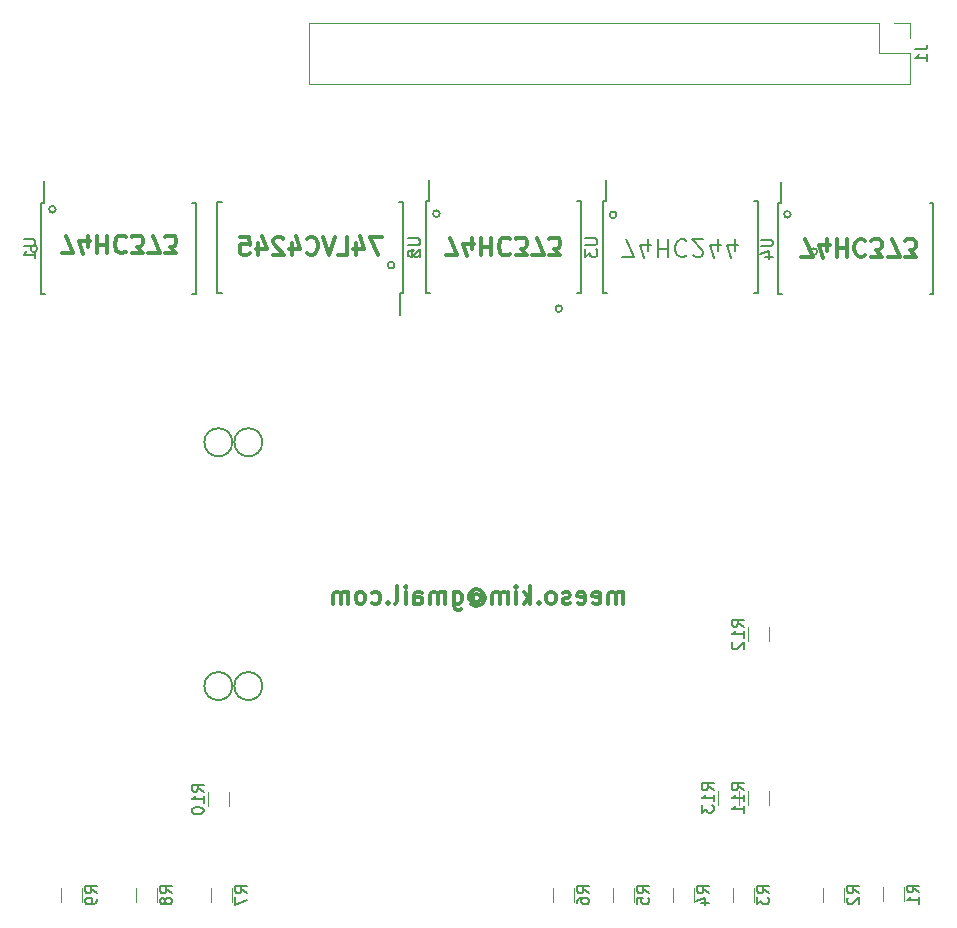
<source format=gbr>
G04 #@! TF.FileFunction,Legend,Bot*
%FSLAX46Y46*%
G04 Gerber Fmt 4.6, Leading zero omitted, Abs format (unit mm)*
G04 Created by KiCad (PCBNEW 4.0.7) date 06/27/18 09:39:12*
%MOMM*%
%LPD*%
G01*
G04 APERTURE LIST*
%ADD10C,0.100000*%
%ADD11C,0.200000*%
%ADD12C,0.300000*%
%ADD13C,0.370000*%
%ADD14C,0.120000*%
%ADD15C,0.150000*%
G04 APERTURE END LIST*
D10*
D11*
X152060849Y-110566200D02*
G75*
G03X152060849Y-110566200I-1184849J0D01*
G01*
X149520849Y-110566200D02*
G75*
G03X149520849Y-110566200I-1184849J0D01*
G01*
X152060849Y-89924951D02*
G75*
G03X152060849Y-89924951I-1184849J0D01*
G01*
X149520849Y-89924951D02*
G75*
G03X149520849Y-89924951I-1184849J0D01*
G01*
X134573781Y-70205600D02*
G75*
G03X134573781Y-70205600I-283981J0D01*
G01*
X163250381Y-74930000D02*
G75*
G03X163250381Y-74930000I-283981J0D01*
G01*
X167085781Y-70561200D02*
G75*
G03X167085781Y-70561200I-283981J0D01*
G01*
X196803781Y-70637400D02*
G75*
G03X196803781Y-70637400I-283981J0D01*
G01*
D12*
X182618114Y-103599371D02*
X182618114Y-102599371D01*
X182618114Y-102742229D02*
X182546686Y-102670800D01*
X182403828Y-102599371D01*
X182189543Y-102599371D01*
X182046686Y-102670800D01*
X181975257Y-102813657D01*
X181975257Y-103599371D01*
X181975257Y-102813657D02*
X181903828Y-102670800D01*
X181760971Y-102599371D01*
X181546686Y-102599371D01*
X181403828Y-102670800D01*
X181332400Y-102813657D01*
X181332400Y-103599371D01*
X180046686Y-103527943D02*
X180189543Y-103599371D01*
X180475257Y-103599371D01*
X180618114Y-103527943D01*
X180689543Y-103385086D01*
X180689543Y-102813657D01*
X180618114Y-102670800D01*
X180475257Y-102599371D01*
X180189543Y-102599371D01*
X180046686Y-102670800D01*
X179975257Y-102813657D01*
X179975257Y-102956514D01*
X180689543Y-103099371D01*
X178760972Y-103527943D02*
X178903829Y-103599371D01*
X179189543Y-103599371D01*
X179332400Y-103527943D01*
X179403829Y-103385086D01*
X179403829Y-102813657D01*
X179332400Y-102670800D01*
X179189543Y-102599371D01*
X178903829Y-102599371D01*
X178760972Y-102670800D01*
X178689543Y-102813657D01*
X178689543Y-102956514D01*
X179403829Y-103099371D01*
X178118115Y-103527943D02*
X177975258Y-103599371D01*
X177689543Y-103599371D01*
X177546686Y-103527943D01*
X177475258Y-103385086D01*
X177475258Y-103313657D01*
X177546686Y-103170800D01*
X177689543Y-103099371D01*
X177903829Y-103099371D01*
X178046686Y-103027943D01*
X178118115Y-102885086D01*
X178118115Y-102813657D01*
X178046686Y-102670800D01*
X177903829Y-102599371D01*
X177689543Y-102599371D01*
X177546686Y-102670800D01*
X176618114Y-103599371D02*
X176760972Y-103527943D01*
X176832400Y-103456514D01*
X176903829Y-103313657D01*
X176903829Y-102885086D01*
X176832400Y-102742229D01*
X176760972Y-102670800D01*
X176618114Y-102599371D01*
X176403829Y-102599371D01*
X176260972Y-102670800D01*
X176189543Y-102742229D01*
X176118114Y-102885086D01*
X176118114Y-103313657D01*
X176189543Y-103456514D01*
X176260972Y-103527943D01*
X176403829Y-103599371D01*
X176618114Y-103599371D01*
X175475257Y-103456514D02*
X175403829Y-103527943D01*
X175475257Y-103599371D01*
X175546686Y-103527943D01*
X175475257Y-103456514D01*
X175475257Y-103599371D01*
X174760971Y-103599371D02*
X174760971Y-102099371D01*
X174618114Y-103027943D02*
X174189543Y-103599371D01*
X174189543Y-102599371D02*
X174760971Y-103170800D01*
X173546685Y-103599371D02*
X173546685Y-102599371D01*
X173546685Y-102099371D02*
X173618114Y-102170800D01*
X173546685Y-102242229D01*
X173475257Y-102170800D01*
X173546685Y-102099371D01*
X173546685Y-102242229D01*
X172832399Y-103599371D02*
X172832399Y-102599371D01*
X172832399Y-102742229D02*
X172760971Y-102670800D01*
X172618113Y-102599371D01*
X172403828Y-102599371D01*
X172260971Y-102670800D01*
X172189542Y-102813657D01*
X172189542Y-103599371D01*
X172189542Y-102813657D02*
X172118113Y-102670800D01*
X171975256Y-102599371D01*
X171760971Y-102599371D01*
X171618113Y-102670800D01*
X171546685Y-102813657D01*
X171546685Y-103599371D01*
X169903828Y-102885086D02*
X169975256Y-102813657D01*
X170118113Y-102742229D01*
X170260971Y-102742229D01*
X170403828Y-102813657D01*
X170475256Y-102885086D01*
X170546685Y-103027943D01*
X170546685Y-103170800D01*
X170475256Y-103313657D01*
X170403828Y-103385086D01*
X170260971Y-103456514D01*
X170118113Y-103456514D01*
X169975256Y-103385086D01*
X169903828Y-103313657D01*
X169903828Y-102742229D02*
X169903828Y-103313657D01*
X169832399Y-103385086D01*
X169760971Y-103385086D01*
X169618113Y-103313657D01*
X169546685Y-103170800D01*
X169546685Y-102813657D01*
X169689542Y-102599371D01*
X169903828Y-102456514D01*
X170189542Y-102385086D01*
X170475256Y-102456514D01*
X170689542Y-102599371D01*
X170832399Y-102813657D01*
X170903828Y-103099371D01*
X170832399Y-103385086D01*
X170689542Y-103599371D01*
X170475256Y-103742229D01*
X170189542Y-103813657D01*
X169903828Y-103742229D01*
X169689542Y-103599371D01*
X168260971Y-102599371D02*
X168260971Y-103813657D01*
X168332400Y-103956514D01*
X168403828Y-104027943D01*
X168546685Y-104099371D01*
X168760971Y-104099371D01*
X168903828Y-104027943D01*
X168260971Y-103527943D02*
X168403828Y-103599371D01*
X168689542Y-103599371D01*
X168832400Y-103527943D01*
X168903828Y-103456514D01*
X168975257Y-103313657D01*
X168975257Y-102885086D01*
X168903828Y-102742229D01*
X168832400Y-102670800D01*
X168689542Y-102599371D01*
X168403828Y-102599371D01*
X168260971Y-102670800D01*
X167546685Y-103599371D02*
X167546685Y-102599371D01*
X167546685Y-102742229D02*
X167475257Y-102670800D01*
X167332399Y-102599371D01*
X167118114Y-102599371D01*
X166975257Y-102670800D01*
X166903828Y-102813657D01*
X166903828Y-103599371D01*
X166903828Y-102813657D02*
X166832399Y-102670800D01*
X166689542Y-102599371D01*
X166475257Y-102599371D01*
X166332399Y-102670800D01*
X166260971Y-102813657D01*
X166260971Y-103599371D01*
X164903828Y-103599371D02*
X164903828Y-102813657D01*
X164975257Y-102670800D01*
X165118114Y-102599371D01*
X165403828Y-102599371D01*
X165546685Y-102670800D01*
X164903828Y-103527943D02*
X165046685Y-103599371D01*
X165403828Y-103599371D01*
X165546685Y-103527943D01*
X165618114Y-103385086D01*
X165618114Y-103242229D01*
X165546685Y-103099371D01*
X165403828Y-103027943D01*
X165046685Y-103027943D01*
X164903828Y-102956514D01*
X164189542Y-103599371D02*
X164189542Y-102599371D01*
X164189542Y-102099371D02*
X164260971Y-102170800D01*
X164189542Y-102242229D01*
X164118114Y-102170800D01*
X164189542Y-102099371D01*
X164189542Y-102242229D01*
X163260970Y-103599371D02*
X163403828Y-103527943D01*
X163475256Y-103385086D01*
X163475256Y-102099371D01*
X162689542Y-103456514D02*
X162618114Y-103527943D01*
X162689542Y-103599371D01*
X162760971Y-103527943D01*
X162689542Y-103456514D01*
X162689542Y-103599371D01*
X161332399Y-103527943D02*
X161475256Y-103599371D01*
X161760970Y-103599371D01*
X161903828Y-103527943D01*
X161975256Y-103456514D01*
X162046685Y-103313657D01*
X162046685Y-102885086D01*
X161975256Y-102742229D01*
X161903828Y-102670800D01*
X161760970Y-102599371D01*
X161475256Y-102599371D01*
X161332399Y-102670800D01*
X160475256Y-103599371D02*
X160618114Y-103527943D01*
X160689542Y-103456514D01*
X160760971Y-103313657D01*
X160760971Y-102885086D01*
X160689542Y-102742229D01*
X160618114Y-102670800D01*
X160475256Y-102599371D01*
X160260971Y-102599371D01*
X160118114Y-102670800D01*
X160046685Y-102742229D01*
X159975256Y-102885086D01*
X159975256Y-103313657D01*
X160046685Y-103456514D01*
X160118114Y-103527943D01*
X160260971Y-103599371D01*
X160475256Y-103599371D01*
X159332399Y-103599371D02*
X159332399Y-102599371D01*
X159332399Y-102742229D02*
X159260971Y-102670800D01*
X159118113Y-102599371D01*
X158903828Y-102599371D01*
X158760971Y-102670800D01*
X158689542Y-102813657D01*
X158689542Y-103599371D01*
X158689542Y-102813657D02*
X158618113Y-102670800D01*
X158475256Y-102599371D01*
X158260971Y-102599371D01*
X158118113Y-102670800D01*
X158046685Y-102813657D01*
X158046685Y-103599371D01*
D11*
X199038981Y-73787000D02*
G75*
G03X199038981Y-73787000I-283981J0D01*
G01*
X182046381Y-70662800D02*
G75*
G03X182046381Y-70662800I-283981J0D01*
G01*
X177448981Y-78613000D02*
G75*
G03X177448981Y-78613000I-283981J0D01*
G01*
D12*
X167573144Y-74100429D02*
X168573144Y-74100429D01*
X167930287Y-72600429D01*
X169787429Y-73600429D02*
X169787429Y-72600429D01*
X169430286Y-74171857D02*
X169073143Y-73100429D01*
X170001715Y-73100429D01*
X170573143Y-72600429D02*
X170573143Y-74100429D01*
X170573143Y-73386143D02*
X171430286Y-73386143D01*
X171430286Y-72600429D02*
X171430286Y-74100429D01*
X173001715Y-72743286D02*
X172930286Y-72671857D01*
X172716000Y-72600429D01*
X172573143Y-72600429D01*
X172358858Y-72671857D01*
X172216000Y-72814714D01*
X172144572Y-72957571D01*
X172073143Y-73243286D01*
X172073143Y-73457571D01*
X172144572Y-73743286D01*
X172216000Y-73886143D01*
X172358858Y-74029000D01*
X172573143Y-74100429D01*
X172716000Y-74100429D01*
X172930286Y-74029000D01*
X173001715Y-73957571D01*
X173501715Y-74100429D02*
X174430286Y-74100429D01*
X173930286Y-73529000D01*
X174144572Y-73529000D01*
X174287429Y-73457571D01*
X174358858Y-73386143D01*
X174430286Y-73243286D01*
X174430286Y-72886143D01*
X174358858Y-72743286D01*
X174287429Y-72671857D01*
X174144572Y-72600429D01*
X173716000Y-72600429D01*
X173573143Y-72671857D01*
X173501715Y-72743286D01*
X174930286Y-74100429D02*
X175930286Y-74100429D01*
X175287429Y-72600429D01*
X176358857Y-74100429D02*
X177287428Y-74100429D01*
X176787428Y-73529000D01*
X177001714Y-73529000D01*
X177144571Y-73457571D01*
X177216000Y-73386143D01*
X177287428Y-73243286D01*
X177287428Y-72886143D01*
X177216000Y-72743286D01*
X177144571Y-72671857D01*
X177001714Y-72600429D01*
X176573142Y-72600429D01*
X176430285Y-72671857D01*
X176358857Y-72743286D01*
D13*
X162205227Y-72533771D02*
X161205227Y-72533771D01*
X161848084Y-74033771D01*
X159990942Y-73033771D02*
X159990942Y-74033771D01*
X160348085Y-72462343D02*
X160705228Y-73533771D01*
X159776656Y-73533771D01*
X158490942Y-74033771D02*
X159205228Y-74033771D01*
X159205228Y-72533771D01*
X158205228Y-72533771D02*
X157705228Y-74033771D01*
X157205228Y-72533771D01*
X155848085Y-73890914D02*
X155919514Y-73962343D01*
X156133800Y-74033771D01*
X156276657Y-74033771D01*
X156490942Y-73962343D01*
X156633800Y-73819486D01*
X156705228Y-73676629D01*
X156776657Y-73390914D01*
X156776657Y-73176629D01*
X156705228Y-72890914D01*
X156633800Y-72748057D01*
X156490942Y-72605200D01*
X156276657Y-72533771D01*
X156133800Y-72533771D01*
X155919514Y-72605200D01*
X155848085Y-72676629D01*
X154562371Y-73033771D02*
X154562371Y-74033771D01*
X154919514Y-72462343D02*
X155276657Y-73533771D01*
X154348085Y-73533771D01*
X153848086Y-72676629D02*
X153776657Y-72605200D01*
X153633800Y-72533771D01*
X153276657Y-72533771D01*
X153133800Y-72605200D01*
X153062371Y-72676629D01*
X152990943Y-72819486D01*
X152990943Y-72962343D01*
X153062371Y-73176629D01*
X153919514Y-74033771D01*
X152990943Y-74033771D01*
X151705229Y-73033771D02*
X151705229Y-74033771D01*
X152062372Y-72462343D02*
X152419515Y-73533771D01*
X151490943Y-73533771D01*
X150205229Y-72533771D02*
X150919515Y-72533771D01*
X150990944Y-73248057D01*
X150919515Y-73176629D01*
X150776658Y-73105200D01*
X150419515Y-73105200D01*
X150276658Y-73176629D01*
X150205229Y-73248057D01*
X150133801Y-73390914D01*
X150133801Y-73748057D01*
X150205229Y-73890914D01*
X150276658Y-73962343D01*
X150419515Y-74033771D01*
X150776658Y-74033771D01*
X150919515Y-73962343D01*
X150990944Y-73890914D01*
D12*
X135061144Y-73922629D02*
X136061144Y-73922629D01*
X135418287Y-72422629D01*
X137275429Y-73422629D02*
X137275429Y-72422629D01*
X136918286Y-73994057D02*
X136561143Y-72922629D01*
X137489715Y-72922629D01*
X138061143Y-72422629D02*
X138061143Y-73922629D01*
X138061143Y-73208343D02*
X138918286Y-73208343D01*
X138918286Y-72422629D02*
X138918286Y-73922629D01*
X140489715Y-72565486D02*
X140418286Y-72494057D01*
X140204000Y-72422629D01*
X140061143Y-72422629D01*
X139846858Y-72494057D01*
X139704000Y-72636914D01*
X139632572Y-72779771D01*
X139561143Y-73065486D01*
X139561143Y-73279771D01*
X139632572Y-73565486D01*
X139704000Y-73708343D01*
X139846858Y-73851200D01*
X140061143Y-73922629D01*
X140204000Y-73922629D01*
X140418286Y-73851200D01*
X140489715Y-73779771D01*
X140989715Y-73922629D02*
X141918286Y-73922629D01*
X141418286Y-73351200D01*
X141632572Y-73351200D01*
X141775429Y-73279771D01*
X141846858Y-73208343D01*
X141918286Y-73065486D01*
X141918286Y-72708343D01*
X141846858Y-72565486D01*
X141775429Y-72494057D01*
X141632572Y-72422629D01*
X141204000Y-72422629D01*
X141061143Y-72494057D01*
X140989715Y-72565486D01*
X142418286Y-73922629D02*
X143418286Y-73922629D01*
X142775429Y-72422629D01*
X143846857Y-73922629D02*
X144775428Y-73922629D01*
X144275428Y-73351200D01*
X144489714Y-73351200D01*
X144632571Y-73279771D01*
X144704000Y-73208343D01*
X144775428Y-73065486D01*
X144775428Y-72708343D01*
X144704000Y-72565486D01*
X144632571Y-72494057D01*
X144489714Y-72422629D01*
X144061142Y-72422629D01*
X143918285Y-72494057D01*
X143846857Y-72565486D01*
D11*
X182533744Y-74252829D02*
X183533744Y-74252829D01*
X182890887Y-72752829D01*
X184748029Y-73752829D02*
X184748029Y-72752829D01*
X184390886Y-74324257D02*
X184033743Y-73252829D01*
X184962315Y-73252829D01*
X185533743Y-72752829D02*
X185533743Y-74252829D01*
X185533743Y-73538543D02*
X186390886Y-73538543D01*
X186390886Y-72752829D02*
X186390886Y-74252829D01*
X187962315Y-72895686D02*
X187890886Y-72824257D01*
X187676600Y-72752829D01*
X187533743Y-72752829D01*
X187319458Y-72824257D01*
X187176600Y-72967114D01*
X187105172Y-73109971D01*
X187033743Y-73395686D01*
X187033743Y-73609971D01*
X187105172Y-73895686D01*
X187176600Y-74038543D01*
X187319458Y-74181400D01*
X187533743Y-74252829D01*
X187676600Y-74252829D01*
X187890886Y-74181400D01*
X187962315Y-74109971D01*
X188533743Y-74109971D02*
X188605172Y-74181400D01*
X188748029Y-74252829D01*
X189105172Y-74252829D01*
X189248029Y-74181400D01*
X189319458Y-74109971D01*
X189390886Y-73967114D01*
X189390886Y-73824257D01*
X189319458Y-73609971D01*
X188462315Y-72752829D01*
X189390886Y-72752829D01*
X190676600Y-73752829D02*
X190676600Y-72752829D01*
X190319457Y-74324257D02*
X189962314Y-73252829D01*
X190890886Y-73252829D01*
X192105171Y-73752829D02*
X192105171Y-72752829D01*
X191748028Y-74324257D02*
X191390885Y-73252829D01*
X192319457Y-73252829D01*
D12*
X197684844Y-74214729D02*
X198684844Y-74214729D01*
X198041987Y-72714729D01*
X199899129Y-73714729D02*
X199899129Y-72714729D01*
X199541986Y-74286157D02*
X199184843Y-73214729D01*
X200113415Y-73214729D01*
X200684843Y-72714729D02*
X200684843Y-74214729D01*
X200684843Y-73500443D02*
X201541986Y-73500443D01*
X201541986Y-72714729D02*
X201541986Y-74214729D01*
X203113415Y-72857586D02*
X203041986Y-72786157D01*
X202827700Y-72714729D01*
X202684843Y-72714729D01*
X202470558Y-72786157D01*
X202327700Y-72929014D01*
X202256272Y-73071871D01*
X202184843Y-73357586D01*
X202184843Y-73571871D01*
X202256272Y-73857586D01*
X202327700Y-74000443D01*
X202470558Y-74143300D01*
X202684843Y-74214729D01*
X202827700Y-74214729D01*
X203041986Y-74143300D01*
X203113415Y-74071871D01*
X203613415Y-74214729D02*
X204541986Y-74214729D01*
X204041986Y-73643300D01*
X204256272Y-73643300D01*
X204399129Y-73571871D01*
X204470558Y-73500443D01*
X204541986Y-73357586D01*
X204541986Y-73000443D01*
X204470558Y-72857586D01*
X204399129Y-72786157D01*
X204256272Y-72714729D01*
X203827700Y-72714729D01*
X203684843Y-72786157D01*
X203613415Y-72857586D01*
X205041986Y-74214729D02*
X206041986Y-74214729D01*
X205399129Y-72714729D01*
X206470557Y-74214729D02*
X207399128Y-74214729D01*
X206899128Y-73643300D01*
X207113414Y-73643300D01*
X207256271Y-73571871D01*
X207327700Y-73500443D01*
X207399128Y-73357586D01*
X207399128Y-73000443D01*
X207327700Y-72857586D01*
X207256271Y-72786157D01*
X207113414Y-72714729D01*
X206684842Y-72714729D01*
X206541985Y-72786157D01*
X206470557Y-72857586D01*
D11*
X132998981Y-73533000D02*
G75*
G03X132998981Y-73533000I-283981J0D01*
G01*
D14*
X204606000Y-127590000D02*
X204606000Y-128790000D01*
X206366000Y-128790000D02*
X206366000Y-127590000D01*
X199526000Y-127670000D02*
X199526000Y-128870000D01*
X201286000Y-128870000D02*
X201286000Y-127670000D01*
X191906000Y-127670000D02*
X191906000Y-128870000D01*
X193666000Y-128870000D02*
X193666000Y-127670000D01*
X186826000Y-127670000D02*
X186826000Y-128870000D01*
X188586000Y-128870000D02*
X188586000Y-127670000D01*
X181746000Y-127670000D02*
X181746000Y-128870000D01*
X183506000Y-128870000D02*
X183506000Y-127670000D01*
X176666000Y-127670000D02*
X176666000Y-128870000D01*
X178426000Y-128870000D02*
X178426000Y-127670000D01*
X147710000Y-127670000D02*
X147710000Y-128870000D01*
X149470000Y-128870000D02*
X149470000Y-127670000D01*
X141360000Y-127670000D02*
X141360000Y-128870000D01*
X143120000Y-128870000D02*
X143120000Y-127670000D01*
X135010000Y-127670000D02*
X135010000Y-128870000D01*
X136770000Y-128870000D02*
X136770000Y-127670000D01*
X204302000Y-54397600D02*
X155982000Y-54397600D01*
X155982000Y-54397600D02*
X155982000Y-59597600D01*
X155982000Y-59597600D02*
X206902000Y-59597600D01*
X206902000Y-59597600D02*
X206902000Y-56997600D01*
X206902000Y-56997600D02*
X204302000Y-56997600D01*
X204302000Y-56997600D02*
X204302000Y-54397600D01*
X205572000Y-54397600D02*
X206902000Y-54397600D01*
X206902000Y-54397600D02*
X206902000Y-55667600D01*
X149216000Y-120742000D02*
X149216000Y-119542000D01*
X147456000Y-119542000D02*
X147456000Y-120742000D01*
X194936000Y-120615000D02*
X194936000Y-119415000D01*
X193176000Y-119415000D02*
X193176000Y-120615000D01*
X194936000Y-106772000D02*
X194936000Y-105572000D01*
X193176000Y-105572000D02*
X193176000Y-106772000D01*
X192396000Y-120615000D02*
X192396000Y-119415000D01*
X190636000Y-119415000D02*
X190636000Y-120615000D01*
D15*
X133328000Y-69632600D02*
X133578000Y-69632600D01*
X133328000Y-77382600D02*
X133663000Y-77382600D01*
X146478000Y-77382600D02*
X146143000Y-77382600D01*
X146478000Y-69632600D02*
X146143000Y-69632600D01*
X133328000Y-69632600D02*
X133328000Y-77382600D01*
X146478000Y-69632600D02*
X146478000Y-77382600D01*
X133578000Y-69632600D02*
X133578000Y-67832600D01*
X165891000Y-69530000D02*
X166141000Y-69530000D01*
X165891000Y-77280000D02*
X166226000Y-77280000D01*
X179041000Y-77280000D02*
X178706000Y-77280000D01*
X179041000Y-69530000D02*
X178706000Y-69530000D01*
X165891000Y-69530000D02*
X165891000Y-77280000D01*
X179041000Y-69530000D02*
X179041000Y-77280000D01*
X166141000Y-69530000D02*
X166141000Y-67730000D01*
X180877000Y-69530000D02*
X181127000Y-69530000D01*
X180877000Y-77280000D02*
X181212000Y-77280000D01*
X194027000Y-77280000D02*
X193692000Y-77280000D01*
X194027000Y-69530000D02*
X193692000Y-69530000D01*
X180877000Y-69530000D02*
X180877000Y-77280000D01*
X194027000Y-69530000D02*
X194027000Y-77280000D01*
X181127000Y-69530000D02*
X181127000Y-67730000D01*
X195736000Y-69657000D02*
X195986000Y-69657000D01*
X195736000Y-77407000D02*
X196071000Y-77407000D01*
X208886000Y-77407000D02*
X208551000Y-77407000D01*
X208886000Y-69657000D02*
X208551000Y-69657000D01*
X195736000Y-69657000D02*
X195736000Y-77407000D01*
X208886000Y-69657000D02*
X208886000Y-77407000D01*
X195986000Y-69657000D02*
X195986000Y-67857000D01*
X164009000Y-77306400D02*
X163734000Y-77306400D01*
X164009000Y-69556400D02*
X163644000Y-69556400D01*
X148259000Y-69556400D02*
X148624000Y-69556400D01*
X148259000Y-77306400D02*
X148624000Y-77306400D01*
X164009000Y-77306400D02*
X164009000Y-69556400D01*
X148259000Y-77306400D02*
X148259000Y-69556400D01*
X163734000Y-77306400D02*
X163734000Y-79131400D01*
X207638381Y-128023334D02*
X207162190Y-127690000D01*
X207638381Y-127451905D02*
X206638381Y-127451905D01*
X206638381Y-127832858D01*
X206686000Y-127928096D01*
X206733619Y-127975715D01*
X206828857Y-128023334D01*
X206971714Y-128023334D01*
X207066952Y-127975715D01*
X207114571Y-127928096D01*
X207162190Y-127832858D01*
X207162190Y-127451905D01*
X207638381Y-128975715D02*
X207638381Y-128404286D01*
X207638381Y-128690000D02*
X206638381Y-128690000D01*
X206781238Y-128594762D01*
X206876476Y-128499524D01*
X206924095Y-128404286D01*
X202558381Y-128103334D02*
X202082190Y-127770000D01*
X202558381Y-127531905D02*
X201558381Y-127531905D01*
X201558381Y-127912858D01*
X201606000Y-128008096D01*
X201653619Y-128055715D01*
X201748857Y-128103334D01*
X201891714Y-128103334D01*
X201986952Y-128055715D01*
X202034571Y-128008096D01*
X202082190Y-127912858D01*
X202082190Y-127531905D01*
X201653619Y-128484286D02*
X201606000Y-128531905D01*
X201558381Y-128627143D01*
X201558381Y-128865239D01*
X201606000Y-128960477D01*
X201653619Y-129008096D01*
X201748857Y-129055715D01*
X201844095Y-129055715D01*
X201986952Y-129008096D01*
X202558381Y-128436667D01*
X202558381Y-129055715D01*
X194938381Y-128103334D02*
X194462190Y-127770000D01*
X194938381Y-127531905D02*
X193938381Y-127531905D01*
X193938381Y-127912858D01*
X193986000Y-128008096D01*
X194033619Y-128055715D01*
X194128857Y-128103334D01*
X194271714Y-128103334D01*
X194366952Y-128055715D01*
X194414571Y-128008096D01*
X194462190Y-127912858D01*
X194462190Y-127531905D01*
X193938381Y-128436667D02*
X193938381Y-129055715D01*
X194319333Y-128722381D01*
X194319333Y-128865239D01*
X194366952Y-128960477D01*
X194414571Y-129008096D01*
X194509810Y-129055715D01*
X194747905Y-129055715D01*
X194843143Y-129008096D01*
X194890762Y-128960477D01*
X194938381Y-128865239D01*
X194938381Y-128579524D01*
X194890762Y-128484286D01*
X194843143Y-128436667D01*
X189858381Y-128103334D02*
X189382190Y-127770000D01*
X189858381Y-127531905D02*
X188858381Y-127531905D01*
X188858381Y-127912858D01*
X188906000Y-128008096D01*
X188953619Y-128055715D01*
X189048857Y-128103334D01*
X189191714Y-128103334D01*
X189286952Y-128055715D01*
X189334571Y-128008096D01*
X189382190Y-127912858D01*
X189382190Y-127531905D01*
X189191714Y-128960477D02*
X189858381Y-128960477D01*
X188810762Y-128722381D02*
X189525048Y-128484286D01*
X189525048Y-129103334D01*
X184778381Y-128103334D02*
X184302190Y-127770000D01*
X184778381Y-127531905D02*
X183778381Y-127531905D01*
X183778381Y-127912858D01*
X183826000Y-128008096D01*
X183873619Y-128055715D01*
X183968857Y-128103334D01*
X184111714Y-128103334D01*
X184206952Y-128055715D01*
X184254571Y-128008096D01*
X184302190Y-127912858D01*
X184302190Y-127531905D01*
X183778381Y-129008096D02*
X183778381Y-128531905D01*
X184254571Y-128484286D01*
X184206952Y-128531905D01*
X184159333Y-128627143D01*
X184159333Y-128865239D01*
X184206952Y-128960477D01*
X184254571Y-129008096D01*
X184349810Y-129055715D01*
X184587905Y-129055715D01*
X184683143Y-129008096D01*
X184730762Y-128960477D01*
X184778381Y-128865239D01*
X184778381Y-128627143D01*
X184730762Y-128531905D01*
X184683143Y-128484286D01*
X179698381Y-128103334D02*
X179222190Y-127770000D01*
X179698381Y-127531905D02*
X178698381Y-127531905D01*
X178698381Y-127912858D01*
X178746000Y-128008096D01*
X178793619Y-128055715D01*
X178888857Y-128103334D01*
X179031714Y-128103334D01*
X179126952Y-128055715D01*
X179174571Y-128008096D01*
X179222190Y-127912858D01*
X179222190Y-127531905D01*
X178698381Y-128960477D02*
X178698381Y-128770000D01*
X178746000Y-128674762D01*
X178793619Y-128627143D01*
X178936476Y-128531905D01*
X179126952Y-128484286D01*
X179507905Y-128484286D01*
X179603143Y-128531905D01*
X179650762Y-128579524D01*
X179698381Y-128674762D01*
X179698381Y-128865239D01*
X179650762Y-128960477D01*
X179603143Y-129008096D01*
X179507905Y-129055715D01*
X179269810Y-129055715D01*
X179174571Y-129008096D01*
X179126952Y-128960477D01*
X179079333Y-128865239D01*
X179079333Y-128674762D01*
X179126952Y-128579524D01*
X179174571Y-128531905D01*
X179269810Y-128484286D01*
X150742381Y-128103334D02*
X150266190Y-127770000D01*
X150742381Y-127531905D02*
X149742381Y-127531905D01*
X149742381Y-127912858D01*
X149790000Y-128008096D01*
X149837619Y-128055715D01*
X149932857Y-128103334D01*
X150075714Y-128103334D01*
X150170952Y-128055715D01*
X150218571Y-128008096D01*
X150266190Y-127912858D01*
X150266190Y-127531905D01*
X149742381Y-128436667D02*
X149742381Y-129103334D01*
X150742381Y-128674762D01*
X144392381Y-128103334D02*
X143916190Y-127770000D01*
X144392381Y-127531905D02*
X143392381Y-127531905D01*
X143392381Y-127912858D01*
X143440000Y-128008096D01*
X143487619Y-128055715D01*
X143582857Y-128103334D01*
X143725714Y-128103334D01*
X143820952Y-128055715D01*
X143868571Y-128008096D01*
X143916190Y-127912858D01*
X143916190Y-127531905D01*
X143820952Y-128674762D02*
X143773333Y-128579524D01*
X143725714Y-128531905D01*
X143630476Y-128484286D01*
X143582857Y-128484286D01*
X143487619Y-128531905D01*
X143440000Y-128579524D01*
X143392381Y-128674762D01*
X143392381Y-128865239D01*
X143440000Y-128960477D01*
X143487619Y-129008096D01*
X143582857Y-129055715D01*
X143630476Y-129055715D01*
X143725714Y-129008096D01*
X143773333Y-128960477D01*
X143820952Y-128865239D01*
X143820952Y-128674762D01*
X143868571Y-128579524D01*
X143916190Y-128531905D01*
X144011429Y-128484286D01*
X144201905Y-128484286D01*
X144297143Y-128531905D01*
X144344762Y-128579524D01*
X144392381Y-128674762D01*
X144392381Y-128865239D01*
X144344762Y-128960477D01*
X144297143Y-129008096D01*
X144201905Y-129055715D01*
X144011429Y-129055715D01*
X143916190Y-129008096D01*
X143868571Y-128960477D01*
X143820952Y-128865239D01*
X138042381Y-128103334D02*
X137566190Y-127770000D01*
X138042381Y-127531905D02*
X137042381Y-127531905D01*
X137042381Y-127912858D01*
X137090000Y-128008096D01*
X137137619Y-128055715D01*
X137232857Y-128103334D01*
X137375714Y-128103334D01*
X137470952Y-128055715D01*
X137518571Y-128008096D01*
X137566190Y-127912858D01*
X137566190Y-127531905D01*
X138042381Y-128579524D02*
X138042381Y-128770000D01*
X137994762Y-128865239D01*
X137947143Y-128912858D01*
X137804286Y-129008096D01*
X137613810Y-129055715D01*
X137232857Y-129055715D01*
X137137619Y-129008096D01*
X137090000Y-128960477D01*
X137042381Y-128865239D01*
X137042381Y-128674762D01*
X137090000Y-128579524D01*
X137137619Y-128531905D01*
X137232857Y-128484286D01*
X137470952Y-128484286D01*
X137566190Y-128531905D01*
X137613810Y-128579524D01*
X137661429Y-128674762D01*
X137661429Y-128865239D01*
X137613810Y-128960477D01*
X137566190Y-129008096D01*
X137470952Y-129055715D01*
X207354381Y-56664267D02*
X208068667Y-56664267D01*
X208211524Y-56616647D01*
X208306762Y-56521409D01*
X208354381Y-56378552D01*
X208354381Y-56283314D01*
X208354381Y-57664267D02*
X208354381Y-57092838D01*
X208354381Y-57378552D02*
X207354381Y-57378552D01*
X207497238Y-57283314D01*
X207592476Y-57188076D01*
X207640095Y-57092838D01*
X147088381Y-119499143D02*
X146612190Y-119165809D01*
X147088381Y-118927714D02*
X146088381Y-118927714D01*
X146088381Y-119308667D01*
X146136000Y-119403905D01*
X146183619Y-119451524D01*
X146278857Y-119499143D01*
X146421714Y-119499143D01*
X146516952Y-119451524D01*
X146564571Y-119403905D01*
X146612190Y-119308667D01*
X146612190Y-118927714D01*
X147088381Y-120451524D02*
X147088381Y-119880095D01*
X147088381Y-120165809D02*
X146088381Y-120165809D01*
X146231238Y-120070571D01*
X146326476Y-119975333D01*
X146374095Y-119880095D01*
X146088381Y-121070571D02*
X146088381Y-121165810D01*
X146136000Y-121261048D01*
X146183619Y-121308667D01*
X146278857Y-121356286D01*
X146469333Y-121403905D01*
X146707429Y-121403905D01*
X146897905Y-121356286D01*
X146993143Y-121308667D01*
X147040762Y-121261048D01*
X147088381Y-121165810D01*
X147088381Y-121070571D01*
X147040762Y-120975333D01*
X146993143Y-120927714D01*
X146897905Y-120880095D01*
X146707429Y-120832476D01*
X146469333Y-120832476D01*
X146278857Y-120880095D01*
X146183619Y-120927714D01*
X146136000Y-120975333D01*
X146088381Y-121070571D01*
X192808381Y-119372143D02*
X192332190Y-119038809D01*
X192808381Y-118800714D02*
X191808381Y-118800714D01*
X191808381Y-119181667D01*
X191856000Y-119276905D01*
X191903619Y-119324524D01*
X191998857Y-119372143D01*
X192141714Y-119372143D01*
X192236952Y-119324524D01*
X192284571Y-119276905D01*
X192332190Y-119181667D01*
X192332190Y-118800714D01*
X192808381Y-120324524D02*
X192808381Y-119753095D01*
X192808381Y-120038809D02*
X191808381Y-120038809D01*
X191951238Y-119943571D01*
X192046476Y-119848333D01*
X192094095Y-119753095D01*
X192808381Y-121276905D02*
X192808381Y-120705476D01*
X192808381Y-120991190D02*
X191808381Y-120991190D01*
X191951238Y-120895952D01*
X192046476Y-120800714D01*
X192094095Y-120705476D01*
X192808381Y-105529143D02*
X192332190Y-105195809D01*
X192808381Y-104957714D02*
X191808381Y-104957714D01*
X191808381Y-105338667D01*
X191856000Y-105433905D01*
X191903619Y-105481524D01*
X191998857Y-105529143D01*
X192141714Y-105529143D01*
X192236952Y-105481524D01*
X192284571Y-105433905D01*
X192332190Y-105338667D01*
X192332190Y-104957714D01*
X192808381Y-106481524D02*
X192808381Y-105910095D01*
X192808381Y-106195809D02*
X191808381Y-106195809D01*
X191951238Y-106100571D01*
X192046476Y-106005333D01*
X192094095Y-105910095D01*
X191903619Y-106862476D02*
X191856000Y-106910095D01*
X191808381Y-107005333D01*
X191808381Y-107243429D01*
X191856000Y-107338667D01*
X191903619Y-107386286D01*
X191998857Y-107433905D01*
X192094095Y-107433905D01*
X192236952Y-107386286D01*
X192808381Y-106814857D01*
X192808381Y-107433905D01*
X190268381Y-119372143D02*
X189792190Y-119038809D01*
X190268381Y-118800714D02*
X189268381Y-118800714D01*
X189268381Y-119181667D01*
X189316000Y-119276905D01*
X189363619Y-119324524D01*
X189458857Y-119372143D01*
X189601714Y-119372143D01*
X189696952Y-119324524D01*
X189744571Y-119276905D01*
X189792190Y-119181667D01*
X189792190Y-118800714D01*
X190268381Y-120324524D02*
X190268381Y-119753095D01*
X190268381Y-120038809D02*
X189268381Y-120038809D01*
X189411238Y-119943571D01*
X189506476Y-119848333D01*
X189554095Y-119753095D01*
X189268381Y-120657857D02*
X189268381Y-121276905D01*
X189649333Y-120943571D01*
X189649333Y-121086429D01*
X189696952Y-121181667D01*
X189744571Y-121229286D01*
X189839810Y-121276905D01*
X190077905Y-121276905D01*
X190173143Y-121229286D01*
X190220762Y-121181667D01*
X190268381Y-121086429D01*
X190268381Y-120800714D01*
X190220762Y-120705476D01*
X190173143Y-120657857D01*
X131855381Y-72745695D02*
X132664905Y-72745695D01*
X132760143Y-72793314D01*
X132807762Y-72840933D01*
X132855381Y-72936171D01*
X132855381Y-73126648D01*
X132807762Y-73221886D01*
X132760143Y-73269505D01*
X132664905Y-73317124D01*
X131855381Y-73317124D01*
X132855381Y-74317124D02*
X132855381Y-73745695D01*
X132855381Y-74031409D02*
X131855381Y-74031409D01*
X131998238Y-73936171D01*
X132093476Y-73840933D01*
X132141095Y-73745695D01*
X164418381Y-72643095D02*
X165227905Y-72643095D01*
X165323143Y-72690714D01*
X165370762Y-72738333D01*
X165418381Y-72833571D01*
X165418381Y-73024048D01*
X165370762Y-73119286D01*
X165323143Y-73166905D01*
X165227905Y-73214524D01*
X164418381Y-73214524D01*
X164513619Y-73643095D02*
X164466000Y-73690714D01*
X164418381Y-73785952D01*
X164418381Y-74024048D01*
X164466000Y-74119286D01*
X164513619Y-74166905D01*
X164608857Y-74214524D01*
X164704095Y-74214524D01*
X164846952Y-74166905D01*
X165418381Y-73595476D01*
X165418381Y-74214524D01*
X179404381Y-72643095D02*
X180213905Y-72643095D01*
X180309143Y-72690714D01*
X180356762Y-72738333D01*
X180404381Y-72833571D01*
X180404381Y-73024048D01*
X180356762Y-73119286D01*
X180309143Y-73166905D01*
X180213905Y-73214524D01*
X179404381Y-73214524D01*
X179404381Y-73595476D02*
X179404381Y-74214524D01*
X179785333Y-73881190D01*
X179785333Y-74024048D01*
X179832952Y-74119286D01*
X179880571Y-74166905D01*
X179975810Y-74214524D01*
X180213905Y-74214524D01*
X180309143Y-74166905D01*
X180356762Y-74119286D01*
X180404381Y-74024048D01*
X180404381Y-73738333D01*
X180356762Y-73643095D01*
X180309143Y-73595476D01*
X194263381Y-72770095D02*
X195072905Y-72770095D01*
X195168143Y-72817714D01*
X195215762Y-72865333D01*
X195263381Y-72960571D01*
X195263381Y-73151048D01*
X195215762Y-73246286D01*
X195168143Y-73293905D01*
X195072905Y-73341524D01*
X194263381Y-73341524D01*
X194596714Y-74246286D02*
X195263381Y-74246286D01*
X194215762Y-74008190D02*
X194930048Y-73770095D01*
X194930048Y-74389143D01*
X164386381Y-72669495D02*
X165195905Y-72669495D01*
X165291143Y-72717114D01*
X165338762Y-72764733D01*
X165386381Y-72859971D01*
X165386381Y-73050448D01*
X165338762Y-73145686D01*
X165291143Y-73193305D01*
X165195905Y-73240924D01*
X164386381Y-73240924D01*
X164386381Y-74193305D02*
X164386381Y-73717114D01*
X164862571Y-73669495D01*
X164814952Y-73717114D01*
X164767333Y-73812352D01*
X164767333Y-74050448D01*
X164814952Y-74145686D01*
X164862571Y-74193305D01*
X164957810Y-74240924D01*
X165195905Y-74240924D01*
X165291143Y-74193305D01*
X165338762Y-74145686D01*
X165386381Y-74050448D01*
X165386381Y-73812352D01*
X165338762Y-73717114D01*
X165291143Y-73669495D01*
M02*

</source>
